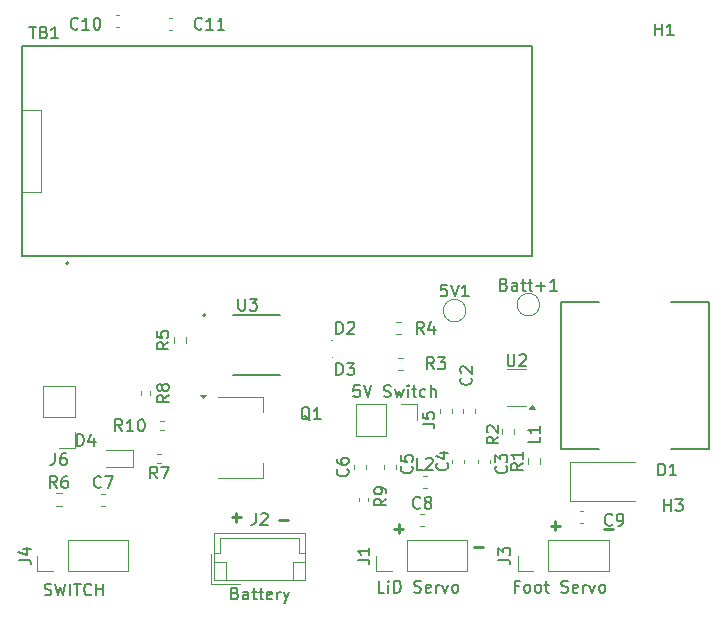
<source format=gbr>
%TF.GenerationSoftware,KiCad,Pcbnew,8.0.7*%
%TF.CreationDate,2024-12-28T13:43:39+03:00*%
%TF.ProjectId,SingleSwitch,53696e67-6c65-4537-9769-7463682e6b69,rev?*%
%TF.SameCoordinates,Original*%
%TF.FileFunction,Legend,Top*%
%TF.FilePolarity,Positive*%
%FSLAX46Y46*%
G04 Gerber Fmt 4.6, Leading zero omitted, Abs format (unit mm)*
G04 Created by KiCad (PCBNEW 8.0.7) date 2024-12-28 13:43:39*
%MOMM*%
%LPD*%
G01*
G04 APERTURE LIST*
%ADD10C,0.250000*%
%ADD11C,0.150000*%
%ADD12C,0.120000*%
%ADD13C,0.100000*%
%ADD14C,0.127000*%
%ADD15C,0.200000*%
G04 APERTURE END LIST*
D10*
X158652568Y-104983666D02*
X159414473Y-104983666D01*
X159033520Y-105364619D02*
X159033520Y-104602714D01*
D11*
X169170112Y-109846009D02*
X168836779Y-109846009D01*
X168836779Y-110369819D02*
X168836779Y-109369819D01*
X168836779Y-109369819D02*
X169312969Y-109369819D01*
X169836779Y-110369819D02*
X169741541Y-110322200D01*
X169741541Y-110322200D02*
X169693922Y-110274580D01*
X169693922Y-110274580D02*
X169646303Y-110179342D01*
X169646303Y-110179342D02*
X169646303Y-109893628D01*
X169646303Y-109893628D02*
X169693922Y-109798390D01*
X169693922Y-109798390D02*
X169741541Y-109750771D01*
X169741541Y-109750771D02*
X169836779Y-109703152D01*
X169836779Y-109703152D02*
X169979636Y-109703152D01*
X169979636Y-109703152D02*
X170074874Y-109750771D01*
X170074874Y-109750771D02*
X170122493Y-109798390D01*
X170122493Y-109798390D02*
X170170112Y-109893628D01*
X170170112Y-109893628D02*
X170170112Y-110179342D01*
X170170112Y-110179342D02*
X170122493Y-110274580D01*
X170122493Y-110274580D02*
X170074874Y-110322200D01*
X170074874Y-110322200D02*
X169979636Y-110369819D01*
X169979636Y-110369819D02*
X169836779Y-110369819D01*
X170741541Y-110369819D02*
X170646303Y-110322200D01*
X170646303Y-110322200D02*
X170598684Y-110274580D01*
X170598684Y-110274580D02*
X170551065Y-110179342D01*
X170551065Y-110179342D02*
X170551065Y-109893628D01*
X170551065Y-109893628D02*
X170598684Y-109798390D01*
X170598684Y-109798390D02*
X170646303Y-109750771D01*
X170646303Y-109750771D02*
X170741541Y-109703152D01*
X170741541Y-109703152D02*
X170884398Y-109703152D01*
X170884398Y-109703152D02*
X170979636Y-109750771D01*
X170979636Y-109750771D02*
X171027255Y-109798390D01*
X171027255Y-109798390D02*
X171074874Y-109893628D01*
X171074874Y-109893628D02*
X171074874Y-110179342D01*
X171074874Y-110179342D02*
X171027255Y-110274580D01*
X171027255Y-110274580D02*
X170979636Y-110322200D01*
X170979636Y-110322200D02*
X170884398Y-110369819D01*
X170884398Y-110369819D02*
X170741541Y-110369819D01*
X171360589Y-109703152D02*
X171741541Y-109703152D01*
X171503446Y-109369819D02*
X171503446Y-110226961D01*
X171503446Y-110226961D02*
X171551065Y-110322200D01*
X171551065Y-110322200D02*
X171646303Y-110369819D01*
X171646303Y-110369819D02*
X171741541Y-110369819D01*
X172789161Y-110322200D02*
X172932018Y-110369819D01*
X172932018Y-110369819D02*
X173170113Y-110369819D01*
X173170113Y-110369819D02*
X173265351Y-110322200D01*
X173265351Y-110322200D02*
X173312970Y-110274580D01*
X173312970Y-110274580D02*
X173360589Y-110179342D01*
X173360589Y-110179342D02*
X173360589Y-110084104D01*
X173360589Y-110084104D02*
X173312970Y-109988866D01*
X173312970Y-109988866D02*
X173265351Y-109941247D01*
X173265351Y-109941247D02*
X173170113Y-109893628D01*
X173170113Y-109893628D02*
X172979637Y-109846009D01*
X172979637Y-109846009D02*
X172884399Y-109798390D01*
X172884399Y-109798390D02*
X172836780Y-109750771D01*
X172836780Y-109750771D02*
X172789161Y-109655533D01*
X172789161Y-109655533D02*
X172789161Y-109560295D01*
X172789161Y-109560295D02*
X172836780Y-109465057D01*
X172836780Y-109465057D02*
X172884399Y-109417438D01*
X172884399Y-109417438D02*
X172979637Y-109369819D01*
X172979637Y-109369819D02*
X173217732Y-109369819D01*
X173217732Y-109369819D02*
X173360589Y-109417438D01*
X174170113Y-110322200D02*
X174074875Y-110369819D01*
X174074875Y-110369819D02*
X173884399Y-110369819D01*
X173884399Y-110369819D02*
X173789161Y-110322200D01*
X173789161Y-110322200D02*
X173741542Y-110226961D01*
X173741542Y-110226961D02*
X173741542Y-109846009D01*
X173741542Y-109846009D02*
X173789161Y-109750771D01*
X173789161Y-109750771D02*
X173884399Y-109703152D01*
X173884399Y-109703152D02*
X174074875Y-109703152D01*
X174074875Y-109703152D02*
X174170113Y-109750771D01*
X174170113Y-109750771D02*
X174217732Y-109846009D01*
X174217732Y-109846009D02*
X174217732Y-109941247D01*
X174217732Y-109941247D02*
X173741542Y-110036485D01*
X174646304Y-110369819D02*
X174646304Y-109703152D01*
X174646304Y-109893628D02*
X174693923Y-109798390D01*
X174693923Y-109798390D02*
X174741542Y-109750771D01*
X174741542Y-109750771D02*
X174836780Y-109703152D01*
X174836780Y-109703152D02*
X174932018Y-109703152D01*
X175170114Y-109703152D02*
X175408209Y-110369819D01*
X175408209Y-110369819D02*
X175646304Y-109703152D01*
X176170114Y-110369819D02*
X176074876Y-110322200D01*
X176074876Y-110322200D02*
X176027257Y-110274580D01*
X176027257Y-110274580D02*
X175979638Y-110179342D01*
X175979638Y-110179342D02*
X175979638Y-109893628D01*
X175979638Y-109893628D02*
X176027257Y-109798390D01*
X176027257Y-109798390D02*
X176074876Y-109750771D01*
X176074876Y-109750771D02*
X176170114Y-109703152D01*
X176170114Y-109703152D02*
X176312971Y-109703152D01*
X176312971Y-109703152D02*
X176408209Y-109750771D01*
X176408209Y-109750771D02*
X176455828Y-109798390D01*
X176455828Y-109798390D02*
X176503447Y-109893628D01*
X176503447Y-109893628D02*
X176503447Y-110179342D01*
X176503447Y-110179342D02*
X176455828Y-110274580D01*
X176455828Y-110274580D02*
X176408209Y-110322200D01*
X176408209Y-110322200D02*
X176312971Y-110369819D01*
X176312971Y-110369819D02*
X176170114Y-110369819D01*
D10*
X171902568Y-104733666D02*
X172664473Y-104733666D01*
X172283520Y-105114619D02*
X172283520Y-104352714D01*
X144902568Y-103983666D02*
X145664473Y-103983666D01*
X145283520Y-104364619D02*
X145283520Y-103602714D01*
X148902568Y-104233666D02*
X149664473Y-104233666D01*
D11*
X129039160Y-110572200D02*
X129182017Y-110619819D01*
X129182017Y-110619819D02*
X129420112Y-110619819D01*
X129420112Y-110619819D02*
X129515350Y-110572200D01*
X129515350Y-110572200D02*
X129562969Y-110524580D01*
X129562969Y-110524580D02*
X129610588Y-110429342D01*
X129610588Y-110429342D02*
X129610588Y-110334104D01*
X129610588Y-110334104D02*
X129562969Y-110238866D01*
X129562969Y-110238866D02*
X129515350Y-110191247D01*
X129515350Y-110191247D02*
X129420112Y-110143628D01*
X129420112Y-110143628D02*
X129229636Y-110096009D01*
X129229636Y-110096009D02*
X129134398Y-110048390D01*
X129134398Y-110048390D02*
X129086779Y-110000771D01*
X129086779Y-110000771D02*
X129039160Y-109905533D01*
X129039160Y-109905533D02*
X129039160Y-109810295D01*
X129039160Y-109810295D02*
X129086779Y-109715057D01*
X129086779Y-109715057D02*
X129134398Y-109667438D01*
X129134398Y-109667438D02*
X129229636Y-109619819D01*
X129229636Y-109619819D02*
X129467731Y-109619819D01*
X129467731Y-109619819D02*
X129610588Y-109667438D01*
X129943922Y-109619819D02*
X130182017Y-110619819D01*
X130182017Y-110619819D02*
X130372493Y-109905533D01*
X130372493Y-109905533D02*
X130562969Y-110619819D01*
X130562969Y-110619819D02*
X130801065Y-109619819D01*
X131182017Y-110619819D02*
X131182017Y-109619819D01*
X131515350Y-109619819D02*
X132086778Y-109619819D01*
X131801064Y-110619819D02*
X131801064Y-109619819D01*
X132991540Y-110524580D02*
X132943921Y-110572200D01*
X132943921Y-110572200D02*
X132801064Y-110619819D01*
X132801064Y-110619819D02*
X132705826Y-110619819D01*
X132705826Y-110619819D02*
X132562969Y-110572200D01*
X132562969Y-110572200D02*
X132467731Y-110476961D01*
X132467731Y-110476961D02*
X132420112Y-110381723D01*
X132420112Y-110381723D02*
X132372493Y-110191247D01*
X132372493Y-110191247D02*
X132372493Y-110048390D01*
X132372493Y-110048390D02*
X132420112Y-109857914D01*
X132420112Y-109857914D02*
X132467731Y-109762676D01*
X132467731Y-109762676D02*
X132562969Y-109667438D01*
X132562969Y-109667438D02*
X132705826Y-109619819D01*
X132705826Y-109619819D02*
X132801064Y-109619819D01*
X132801064Y-109619819D02*
X132943921Y-109667438D01*
X132943921Y-109667438D02*
X132991540Y-109715057D01*
X133420112Y-110619819D02*
X133420112Y-109619819D01*
X133420112Y-110096009D02*
X133991540Y-110096009D01*
X133991540Y-110619819D02*
X133991540Y-109619819D01*
X155712969Y-92819819D02*
X155236779Y-92819819D01*
X155236779Y-92819819D02*
X155189160Y-93296009D01*
X155189160Y-93296009D02*
X155236779Y-93248390D01*
X155236779Y-93248390D02*
X155332017Y-93200771D01*
X155332017Y-93200771D02*
X155570112Y-93200771D01*
X155570112Y-93200771D02*
X155665350Y-93248390D01*
X155665350Y-93248390D02*
X155712969Y-93296009D01*
X155712969Y-93296009D02*
X155760588Y-93391247D01*
X155760588Y-93391247D02*
X155760588Y-93629342D01*
X155760588Y-93629342D02*
X155712969Y-93724580D01*
X155712969Y-93724580D02*
X155665350Y-93772200D01*
X155665350Y-93772200D02*
X155570112Y-93819819D01*
X155570112Y-93819819D02*
X155332017Y-93819819D01*
X155332017Y-93819819D02*
X155236779Y-93772200D01*
X155236779Y-93772200D02*
X155189160Y-93724580D01*
X156046303Y-92819819D02*
X156379636Y-93819819D01*
X156379636Y-93819819D02*
X156712969Y-92819819D01*
X157760589Y-93772200D02*
X157903446Y-93819819D01*
X157903446Y-93819819D02*
X158141541Y-93819819D01*
X158141541Y-93819819D02*
X158236779Y-93772200D01*
X158236779Y-93772200D02*
X158284398Y-93724580D01*
X158284398Y-93724580D02*
X158332017Y-93629342D01*
X158332017Y-93629342D02*
X158332017Y-93534104D01*
X158332017Y-93534104D02*
X158284398Y-93438866D01*
X158284398Y-93438866D02*
X158236779Y-93391247D01*
X158236779Y-93391247D02*
X158141541Y-93343628D01*
X158141541Y-93343628D02*
X157951065Y-93296009D01*
X157951065Y-93296009D02*
X157855827Y-93248390D01*
X157855827Y-93248390D02*
X157808208Y-93200771D01*
X157808208Y-93200771D02*
X157760589Y-93105533D01*
X157760589Y-93105533D02*
X157760589Y-93010295D01*
X157760589Y-93010295D02*
X157808208Y-92915057D01*
X157808208Y-92915057D02*
X157855827Y-92867438D01*
X157855827Y-92867438D02*
X157951065Y-92819819D01*
X157951065Y-92819819D02*
X158189160Y-92819819D01*
X158189160Y-92819819D02*
X158332017Y-92867438D01*
X158665351Y-93153152D02*
X158855827Y-93819819D01*
X158855827Y-93819819D02*
X159046303Y-93343628D01*
X159046303Y-93343628D02*
X159236779Y-93819819D01*
X159236779Y-93819819D02*
X159427255Y-93153152D01*
X159808208Y-93819819D02*
X159808208Y-93153152D01*
X159808208Y-92819819D02*
X159760589Y-92867438D01*
X159760589Y-92867438D02*
X159808208Y-92915057D01*
X159808208Y-92915057D02*
X159855827Y-92867438D01*
X159855827Y-92867438D02*
X159808208Y-92819819D01*
X159808208Y-92819819D02*
X159808208Y-92915057D01*
X160141541Y-93153152D02*
X160522493Y-93153152D01*
X160284398Y-92819819D02*
X160284398Y-93676961D01*
X160284398Y-93676961D02*
X160332017Y-93772200D01*
X160332017Y-93772200D02*
X160427255Y-93819819D01*
X160427255Y-93819819D02*
X160522493Y-93819819D01*
X161284398Y-93772200D02*
X161189160Y-93819819D01*
X161189160Y-93819819D02*
X160998684Y-93819819D01*
X160998684Y-93819819D02*
X160903446Y-93772200D01*
X160903446Y-93772200D02*
X160855827Y-93724580D01*
X160855827Y-93724580D02*
X160808208Y-93629342D01*
X160808208Y-93629342D02*
X160808208Y-93343628D01*
X160808208Y-93343628D02*
X160855827Y-93248390D01*
X160855827Y-93248390D02*
X160903446Y-93200771D01*
X160903446Y-93200771D02*
X160998684Y-93153152D01*
X160998684Y-93153152D02*
X161189160Y-93153152D01*
X161189160Y-93153152D02*
X161284398Y-93200771D01*
X161712970Y-93819819D02*
X161712970Y-92819819D01*
X162141541Y-93819819D02*
X162141541Y-93296009D01*
X162141541Y-93296009D02*
X162093922Y-93200771D01*
X162093922Y-93200771D02*
X161998684Y-93153152D01*
X161998684Y-93153152D02*
X161855827Y-93153152D01*
X161855827Y-93153152D02*
X161760589Y-93200771D01*
X161760589Y-93200771D02*
X161712970Y-93248390D01*
D10*
X165402568Y-106483666D02*
X166164473Y-106483666D01*
D11*
X157812969Y-110369819D02*
X157336779Y-110369819D01*
X157336779Y-110369819D02*
X157336779Y-109369819D01*
X158146303Y-110369819D02*
X158146303Y-109703152D01*
X158146303Y-109369819D02*
X158098684Y-109417438D01*
X158098684Y-109417438D02*
X158146303Y-109465057D01*
X158146303Y-109465057D02*
X158193922Y-109417438D01*
X158193922Y-109417438D02*
X158146303Y-109369819D01*
X158146303Y-109369819D02*
X158146303Y-109465057D01*
X158622493Y-110369819D02*
X158622493Y-109369819D01*
X158622493Y-109369819D02*
X158860588Y-109369819D01*
X158860588Y-109369819D02*
X159003445Y-109417438D01*
X159003445Y-109417438D02*
X159098683Y-109512676D01*
X159098683Y-109512676D02*
X159146302Y-109607914D01*
X159146302Y-109607914D02*
X159193921Y-109798390D01*
X159193921Y-109798390D02*
X159193921Y-109941247D01*
X159193921Y-109941247D02*
X159146302Y-110131723D01*
X159146302Y-110131723D02*
X159098683Y-110226961D01*
X159098683Y-110226961D02*
X159003445Y-110322200D01*
X159003445Y-110322200D02*
X158860588Y-110369819D01*
X158860588Y-110369819D02*
X158622493Y-110369819D01*
X160336779Y-110322200D02*
X160479636Y-110369819D01*
X160479636Y-110369819D02*
X160717731Y-110369819D01*
X160717731Y-110369819D02*
X160812969Y-110322200D01*
X160812969Y-110322200D02*
X160860588Y-110274580D01*
X160860588Y-110274580D02*
X160908207Y-110179342D01*
X160908207Y-110179342D02*
X160908207Y-110084104D01*
X160908207Y-110084104D02*
X160860588Y-109988866D01*
X160860588Y-109988866D02*
X160812969Y-109941247D01*
X160812969Y-109941247D02*
X160717731Y-109893628D01*
X160717731Y-109893628D02*
X160527255Y-109846009D01*
X160527255Y-109846009D02*
X160432017Y-109798390D01*
X160432017Y-109798390D02*
X160384398Y-109750771D01*
X160384398Y-109750771D02*
X160336779Y-109655533D01*
X160336779Y-109655533D02*
X160336779Y-109560295D01*
X160336779Y-109560295D02*
X160384398Y-109465057D01*
X160384398Y-109465057D02*
X160432017Y-109417438D01*
X160432017Y-109417438D02*
X160527255Y-109369819D01*
X160527255Y-109369819D02*
X160765350Y-109369819D01*
X160765350Y-109369819D02*
X160908207Y-109417438D01*
X161717731Y-110322200D02*
X161622493Y-110369819D01*
X161622493Y-110369819D02*
X161432017Y-110369819D01*
X161432017Y-110369819D02*
X161336779Y-110322200D01*
X161336779Y-110322200D02*
X161289160Y-110226961D01*
X161289160Y-110226961D02*
X161289160Y-109846009D01*
X161289160Y-109846009D02*
X161336779Y-109750771D01*
X161336779Y-109750771D02*
X161432017Y-109703152D01*
X161432017Y-109703152D02*
X161622493Y-109703152D01*
X161622493Y-109703152D02*
X161717731Y-109750771D01*
X161717731Y-109750771D02*
X161765350Y-109846009D01*
X161765350Y-109846009D02*
X161765350Y-109941247D01*
X161765350Y-109941247D02*
X161289160Y-110036485D01*
X162193922Y-110369819D02*
X162193922Y-109703152D01*
X162193922Y-109893628D02*
X162241541Y-109798390D01*
X162241541Y-109798390D02*
X162289160Y-109750771D01*
X162289160Y-109750771D02*
X162384398Y-109703152D01*
X162384398Y-109703152D02*
X162479636Y-109703152D01*
X162717732Y-109703152D02*
X162955827Y-110369819D01*
X162955827Y-110369819D02*
X163193922Y-109703152D01*
X163717732Y-110369819D02*
X163622494Y-110322200D01*
X163622494Y-110322200D02*
X163574875Y-110274580D01*
X163574875Y-110274580D02*
X163527256Y-110179342D01*
X163527256Y-110179342D02*
X163527256Y-109893628D01*
X163527256Y-109893628D02*
X163574875Y-109798390D01*
X163574875Y-109798390D02*
X163622494Y-109750771D01*
X163622494Y-109750771D02*
X163717732Y-109703152D01*
X163717732Y-109703152D02*
X163860589Y-109703152D01*
X163860589Y-109703152D02*
X163955827Y-109750771D01*
X163955827Y-109750771D02*
X164003446Y-109798390D01*
X164003446Y-109798390D02*
X164051065Y-109893628D01*
X164051065Y-109893628D02*
X164051065Y-110179342D01*
X164051065Y-110179342D02*
X164003446Y-110274580D01*
X164003446Y-110274580D02*
X163955827Y-110322200D01*
X163955827Y-110322200D02*
X163860589Y-110369819D01*
X163860589Y-110369819D02*
X163717732Y-110369819D01*
D10*
X176402568Y-104983666D02*
X177164473Y-104983666D01*
D11*
X142357142Y-62609580D02*
X142309523Y-62657200D01*
X142309523Y-62657200D02*
X142166666Y-62704819D01*
X142166666Y-62704819D02*
X142071428Y-62704819D01*
X142071428Y-62704819D02*
X141928571Y-62657200D01*
X141928571Y-62657200D02*
X141833333Y-62561961D01*
X141833333Y-62561961D02*
X141785714Y-62466723D01*
X141785714Y-62466723D02*
X141738095Y-62276247D01*
X141738095Y-62276247D02*
X141738095Y-62133390D01*
X141738095Y-62133390D02*
X141785714Y-61942914D01*
X141785714Y-61942914D02*
X141833333Y-61847676D01*
X141833333Y-61847676D02*
X141928571Y-61752438D01*
X141928571Y-61752438D02*
X142071428Y-61704819D01*
X142071428Y-61704819D02*
X142166666Y-61704819D01*
X142166666Y-61704819D02*
X142309523Y-61752438D01*
X142309523Y-61752438D02*
X142357142Y-61800057D01*
X143309523Y-62704819D02*
X142738095Y-62704819D01*
X143023809Y-62704819D02*
X143023809Y-61704819D01*
X143023809Y-61704819D02*
X142928571Y-61847676D01*
X142928571Y-61847676D02*
X142833333Y-61942914D01*
X142833333Y-61942914D02*
X142738095Y-61990533D01*
X144261904Y-62704819D02*
X143690476Y-62704819D01*
X143976190Y-62704819D02*
X143976190Y-61704819D01*
X143976190Y-61704819D02*
X143880952Y-61847676D01*
X143880952Y-61847676D02*
X143785714Y-61942914D01*
X143785714Y-61942914D02*
X143690476Y-61990533D01*
X131857142Y-62609580D02*
X131809523Y-62657200D01*
X131809523Y-62657200D02*
X131666666Y-62704819D01*
X131666666Y-62704819D02*
X131571428Y-62704819D01*
X131571428Y-62704819D02*
X131428571Y-62657200D01*
X131428571Y-62657200D02*
X131333333Y-62561961D01*
X131333333Y-62561961D02*
X131285714Y-62466723D01*
X131285714Y-62466723D02*
X131238095Y-62276247D01*
X131238095Y-62276247D02*
X131238095Y-62133390D01*
X131238095Y-62133390D02*
X131285714Y-61942914D01*
X131285714Y-61942914D02*
X131333333Y-61847676D01*
X131333333Y-61847676D02*
X131428571Y-61752438D01*
X131428571Y-61752438D02*
X131571428Y-61704819D01*
X131571428Y-61704819D02*
X131666666Y-61704819D01*
X131666666Y-61704819D02*
X131809523Y-61752438D01*
X131809523Y-61752438D02*
X131857142Y-61800057D01*
X132809523Y-62704819D02*
X132238095Y-62704819D01*
X132523809Y-62704819D02*
X132523809Y-61704819D01*
X132523809Y-61704819D02*
X132428571Y-61847676D01*
X132428571Y-61847676D02*
X132333333Y-61942914D01*
X132333333Y-61942914D02*
X132238095Y-61990533D01*
X133428571Y-61704819D02*
X133523809Y-61704819D01*
X133523809Y-61704819D02*
X133619047Y-61752438D01*
X133619047Y-61752438D02*
X133666666Y-61800057D01*
X133666666Y-61800057D02*
X133714285Y-61895295D01*
X133714285Y-61895295D02*
X133761904Y-62085771D01*
X133761904Y-62085771D02*
X133761904Y-62323866D01*
X133761904Y-62323866D02*
X133714285Y-62514342D01*
X133714285Y-62514342D02*
X133666666Y-62609580D01*
X133666666Y-62609580D02*
X133619047Y-62657200D01*
X133619047Y-62657200D02*
X133523809Y-62704819D01*
X133523809Y-62704819D02*
X133428571Y-62704819D01*
X133428571Y-62704819D02*
X133333333Y-62657200D01*
X133333333Y-62657200D02*
X133285714Y-62609580D01*
X133285714Y-62609580D02*
X133238095Y-62514342D01*
X133238095Y-62514342D02*
X133190476Y-62323866D01*
X133190476Y-62323866D02*
X133190476Y-62085771D01*
X133190476Y-62085771D02*
X133238095Y-61895295D01*
X133238095Y-61895295D02*
X133285714Y-61800057D01*
X133285714Y-61800057D02*
X133333333Y-61752438D01*
X133333333Y-61752438D02*
X133428571Y-61704819D01*
X135597142Y-96704819D02*
X135263809Y-96228628D01*
X135025714Y-96704819D02*
X135025714Y-95704819D01*
X135025714Y-95704819D02*
X135406666Y-95704819D01*
X135406666Y-95704819D02*
X135501904Y-95752438D01*
X135501904Y-95752438D02*
X135549523Y-95800057D01*
X135549523Y-95800057D02*
X135597142Y-95895295D01*
X135597142Y-95895295D02*
X135597142Y-96038152D01*
X135597142Y-96038152D02*
X135549523Y-96133390D01*
X135549523Y-96133390D02*
X135501904Y-96181009D01*
X135501904Y-96181009D02*
X135406666Y-96228628D01*
X135406666Y-96228628D02*
X135025714Y-96228628D01*
X136549523Y-96704819D02*
X135978095Y-96704819D01*
X136263809Y-96704819D02*
X136263809Y-95704819D01*
X136263809Y-95704819D02*
X136168571Y-95847676D01*
X136168571Y-95847676D02*
X136073333Y-95942914D01*
X136073333Y-95942914D02*
X135978095Y-95990533D01*
X137168571Y-95704819D02*
X137263809Y-95704819D01*
X137263809Y-95704819D02*
X137359047Y-95752438D01*
X137359047Y-95752438D02*
X137406666Y-95800057D01*
X137406666Y-95800057D02*
X137454285Y-95895295D01*
X137454285Y-95895295D02*
X137501904Y-96085771D01*
X137501904Y-96085771D02*
X137501904Y-96323866D01*
X137501904Y-96323866D02*
X137454285Y-96514342D01*
X137454285Y-96514342D02*
X137406666Y-96609580D01*
X137406666Y-96609580D02*
X137359047Y-96657200D01*
X137359047Y-96657200D02*
X137263809Y-96704819D01*
X137263809Y-96704819D02*
X137168571Y-96704819D01*
X137168571Y-96704819D02*
X137073333Y-96657200D01*
X137073333Y-96657200D02*
X137025714Y-96609580D01*
X137025714Y-96609580D02*
X136978095Y-96514342D01*
X136978095Y-96514342D02*
X136930476Y-96323866D01*
X136930476Y-96323866D02*
X136930476Y-96085771D01*
X136930476Y-96085771D02*
X136978095Y-95895295D01*
X136978095Y-95895295D02*
X137025714Y-95800057D01*
X137025714Y-95800057D02*
X137073333Y-95752438D01*
X137073333Y-95752438D02*
X137168571Y-95704819D01*
X129916666Y-98559819D02*
X129916666Y-99274104D01*
X129916666Y-99274104D02*
X129869047Y-99416961D01*
X129869047Y-99416961D02*
X129773809Y-99512200D01*
X129773809Y-99512200D02*
X129630952Y-99559819D01*
X129630952Y-99559819D02*
X129535714Y-99559819D01*
X130821428Y-98559819D02*
X130630952Y-98559819D01*
X130630952Y-98559819D02*
X130535714Y-98607438D01*
X130535714Y-98607438D02*
X130488095Y-98655057D01*
X130488095Y-98655057D02*
X130392857Y-98797914D01*
X130392857Y-98797914D02*
X130345238Y-98988390D01*
X130345238Y-98988390D02*
X130345238Y-99369342D01*
X130345238Y-99369342D02*
X130392857Y-99464580D01*
X130392857Y-99464580D02*
X130440476Y-99512200D01*
X130440476Y-99512200D02*
X130535714Y-99559819D01*
X130535714Y-99559819D02*
X130726190Y-99559819D01*
X130726190Y-99559819D02*
X130821428Y-99512200D01*
X130821428Y-99512200D02*
X130869047Y-99464580D01*
X130869047Y-99464580D02*
X130916666Y-99369342D01*
X130916666Y-99369342D02*
X130916666Y-99131247D01*
X130916666Y-99131247D02*
X130869047Y-99036009D01*
X130869047Y-99036009D02*
X130821428Y-98988390D01*
X130821428Y-98988390D02*
X130726190Y-98940771D01*
X130726190Y-98940771D02*
X130535714Y-98940771D01*
X130535714Y-98940771D02*
X130440476Y-98988390D01*
X130440476Y-98988390D02*
X130392857Y-99036009D01*
X130392857Y-99036009D02*
X130345238Y-99131247D01*
X177083333Y-104609580D02*
X177035714Y-104657200D01*
X177035714Y-104657200D02*
X176892857Y-104704819D01*
X176892857Y-104704819D02*
X176797619Y-104704819D01*
X176797619Y-104704819D02*
X176654762Y-104657200D01*
X176654762Y-104657200D02*
X176559524Y-104561961D01*
X176559524Y-104561961D02*
X176511905Y-104466723D01*
X176511905Y-104466723D02*
X176464286Y-104276247D01*
X176464286Y-104276247D02*
X176464286Y-104133390D01*
X176464286Y-104133390D02*
X176511905Y-103942914D01*
X176511905Y-103942914D02*
X176559524Y-103847676D01*
X176559524Y-103847676D02*
X176654762Y-103752438D01*
X176654762Y-103752438D02*
X176797619Y-103704819D01*
X176797619Y-103704819D02*
X176892857Y-103704819D01*
X176892857Y-103704819D02*
X177035714Y-103752438D01*
X177035714Y-103752438D02*
X177083333Y-103800057D01*
X177559524Y-104704819D02*
X177750000Y-104704819D01*
X177750000Y-104704819D02*
X177845238Y-104657200D01*
X177845238Y-104657200D02*
X177892857Y-104609580D01*
X177892857Y-104609580D02*
X177988095Y-104466723D01*
X177988095Y-104466723D02*
X178035714Y-104276247D01*
X178035714Y-104276247D02*
X178035714Y-103895295D01*
X178035714Y-103895295D02*
X177988095Y-103800057D01*
X177988095Y-103800057D02*
X177940476Y-103752438D01*
X177940476Y-103752438D02*
X177845238Y-103704819D01*
X177845238Y-103704819D02*
X177654762Y-103704819D01*
X177654762Y-103704819D02*
X177559524Y-103752438D01*
X177559524Y-103752438D02*
X177511905Y-103800057D01*
X177511905Y-103800057D02*
X177464286Y-103895295D01*
X177464286Y-103895295D02*
X177464286Y-104133390D01*
X177464286Y-104133390D02*
X177511905Y-104228628D01*
X177511905Y-104228628D02*
X177559524Y-104276247D01*
X177559524Y-104276247D02*
X177654762Y-104323866D01*
X177654762Y-104323866D02*
X177845238Y-104323866D01*
X177845238Y-104323866D02*
X177940476Y-104276247D01*
X177940476Y-104276247D02*
X177988095Y-104228628D01*
X177988095Y-104228628D02*
X178035714Y-104133390D01*
X160833333Y-103179580D02*
X160785714Y-103227200D01*
X160785714Y-103227200D02*
X160642857Y-103274819D01*
X160642857Y-103274819D02*
X160547619Y-103274819D01*
X160547619Y-103274819D02*
X160404762Y-103227200D01*
X160404762Y-103227200D02*
X160309524Y-103131961D01*
X160309524Y-103131961D02*
X160261905Y-103036723D01*
X160261905Y-103036723D02*
X160214286Y-102846247D01*
X160214286Y-102846247D02*
X160214286Y-102703390D01*
X160214286Y-102703390D02*
X160261905Y-102512914D01*
X160261905Y-102512914D02*
X160309524Y-102417676D01*
X160309524Y-102417676D02*
X160404762Y-102322438D01*
X160404762Y-102322438D02*
X160547619Y-102274819D01*
X160547619Y-102274819D02*
X160642857Y-102274819D01*
X160642857Y-102274819D02*
X160785714Y-102322438D01*
X160785714Y-102322438D02*
X160833333Y-102370057D01*
X161404762Y-102703390D02*
X161309524Y-102655771D01*
X161309524Y-102655771D02*
X161261905Y-102608152D01*
X161261905Y-102608152D02*
X161214286Y-102512914D01*
X161214286Y-102512914D02*
X161214286Y-102465295D01*
X161214286Y-102465295D02*
X161261905Y-102370057D01*
X161261905Y-102370057D02*
X161309524Y-102322438D01*
X161309524Y-102322438D02*
X161404762Y-102274819D01*
X161404762Y-102274819D02*
X161595238Y-102274819D01*
X161595238Y-102274819D02*
X161690476Y-102322438D01*
X161690476Y-102322438D02*
X161738095Y-102370057D01*
X161738095Y-102370057D02*
X161785714Y-102465295D01*
X161785714Y-102465295D02*
X161785714Y-102512914D01*
X161785714Y-102512914D02*
X161738095Y-102608152D01*
X161738095Y-102608152D02*
X161690476Y-102655771D01*
X161690476Y-102655771D02*
X161595238Y-102703390D01*
X161595238Y-102703390D02*
X161404762Y-102703390D01*
X161404762Y-102703390D02*
X161309524Y-102751009D01*
X161309524Y-102751009D02*
X161261905Y-102798628D01*
X161261905Y-102798628D02*
X161214286Y-102893866D01*
X161214286Y-102893866D02*
X161214286Y-103084342D01*
X161214286Y-103084342D02*
X161261905Y-103179580D01*
X161261905Y-103179580D02*
X161309524Y-103227200D01*
X161309524Y-103227200D02*
X161404762Y-103274819D01*
X161404762Y-103274819D02*
X161595238Y-103274819D01*
X161595238Y-103274819D02*
X161690476Y-103227200D01*
X161690476Y-103227200D02*
X161738095Y-103179580D01*
X161738095Y-103179580D02*
X161785714Y-103084342D01*
X161785714Y-103084342D02*
X161785714Y-102893866D01*
X161785714Y-102893866D02*
X161738095Y-102798628D01*
X161738095Y-102798628D02*
X161690476Y-102751009D01*
X161690476Y-102751009D02*
X161595238Y-102703390D01*
X154679580Y-99916666D02*
X154727200Y-99964285D01*
X154727200Y-99964285D02*
X154774819Y-100107142D01*
X154774819Y-100107142D02*
X154774819Y-100202380D01*
X154774819Y-100202380D02*
X154727200Y-100345237D01*
X154727200Y-100345237D02*
X154631961Y-100440475D01*
X154631961Y-100440475D02*
X154536723Y-100488094D01*
X154536723Y-100488094D02*
X154346247Y-100535713D01*
X154346247Y-100535713D02*
X154203390Y-100535713D01*
X154203390Y-100535713D02*
X154012914Y-100488094D01*
X154012914Y-100488094D02*
X153917676Y-100440475D01*
X153917676Y-100440475D02*
X153822438Y-100345237D01*
X153822438Y-100345237D02*
X153774819Y-100202380D01*
X153774819Y-100202380D02*
X153774819Y-100107142D01*
X153774819Y-100107142D02*
X153822438Y-99964285D01*
X153822438Y-99964285D02*
X153870057Y-99916666D01*
X153774819Y-99059523D02*
X153774819Y-99249999D01*
X153774819Y-99249999D02*
X153822438Y-99345237D01*
X153822438Y-99345237D02*
X153870057Y-99392856D01*
X153870057Y-99392856D02*
X154012914Y-99488094D01*
X154012914Y-99488094D02*
X154203390Y-99535713D01*
X154203390Y-99535713D02*
X154584342Y-99535713D01*
X154584342Y-99535713D02*
X154679580Y-99488094D01*
X154679580Y-99488094D02*
X154727200Y-99440475D01*
X154727200Y-99440475D02*
X154774819Y-99345237D01*
X154774819Y-99345237D02*
X154774819Y-99154761D01*
X154774819Y-99154761D02*
X154727200Y-99059523D01*
X154727200Y-99059523D02*
X154679580Y-99011904D01*
X154679580Y-99011904D02*
X154584342Y-98964285D01*
X154584342Y-98964285D02*
X154346247Y-98964285D01*
X154346247Y-98964285D02*
X154251009Y-99011904D01*
X154251009Y-99011904D02*
X154203390Y-99059523D01*
X154203390Y-99059523D02*
X154155771Y-99154761D01*
X154155771Y-99154761D02*
X154155771Y-99345237D01*
X154155771Y-99345237D02*
X154203390Y-99440475D01*
X154203390Y-99440475D02*
X154251009Y-99488094D01*
X154251009Y-99488094D02*
X154346247Y-99535713D01*
X160109580Y-99666666D02*
X160157200Y-99714285D01*
X160157200Y-99714285D02*
X160204819Y-99857142D01*
X160204819Y-99857142D02*
X160204819Y-99952380D01*
X160204819Y-99952380D02*
X160157200Y-100095237D01*
X160157200Y-100095237D02*
X160061961Y-100190475D01*
X160061961Y-100190475D02*
X159966723Y-100238094D01*
X159966723Y-100238094D02*
X159776247Y-100285713D01*
X159776247Y-100285713D02*
X159633390Y-100285713D01*
X159633390Y-100285713D02*
X159442914Y-100238094D01*
X159442914Y-100238094D02*
X159347676Y-100190475D01*
X159347676Y-100190475D02*
X159252438Y-100095237D01*
X159252438Y-100095237D02*
X159204819Y-99952380D01*
X159204819Y-99952380D02*
X159204819Y-99857142D01*
X159204819Y-99857142D02*
X159252438Y-99714285D01*
X159252438Y-99714285D02*
X159300057Y-99666666D01*
X159204819Y-98761904D02*
X159204819Y-99238094D01*
X159204819Y-99238094D02*
X159681009Y-99285713D01*
X159681009Y-99285713D02*
X159633390Y-99238094D01*
X159633390Y-99238094D02*
X159585771Y-99142856D01*
X159585771Y-99142856D02*
X159585771Y-98904761D01*
X159585771Y-98904761D02*
X159633390Y-98809523D01*
X159633390Y-98809523D02*
X159681009Y-98761904D01*
X159681009Y-98761904D02*
X159776247Y-98714285D01*
X159776247Y-98714285D02*
X160014342Y-98714285D01*
X160014342Y-98714285D02*
X160109580Y-98761904D01*
X160109580Y-98761904D02*
X160157200Y-98809523D01*
X160157200Y-98809523D02*
X160204819Y-98904761D01*
X160204819Y-98904761D02*
X160204819Y-99142856D01*
X160204819Y-99142856D02*
X160157200Y-99238094D01*
X160157200Y-99238094D02*
X160109580Y-99285713D01*
X163109580Y-99416666D02*
X163157200Y-99464285D01*
X163157200Y-99464285D02*
X163204819Y-99607142D01*
X163204819Y-99607142D02*
X163204819Y-99702380D01*
X163204819Y-99702380D02*
X163157200Y-99845237D01*
X163157200Y-99845237D02*
X163061961Y-99940475D01*
X163061961Y-99940475D02*
X162966723Y-99988094D01*
X162966723Y-99988094D02*
X162776247Y-100035713D01*
X162776247Y-100035713D02*
X162633390Y-100035713D01*
X162633390Y-100035713D02*
X162442914Y-99988094D01*
X162442914Y-99988094D02*
X162347676Y-99940475D01*
X162347676Y-99940475D02*
X162252438Y-99845237D01*
X162252438Y-99845237D02*
X162204819Y-99702380D01*
X162204819Y-99702380D02*
X162204819Y-99607142D01*
X162204819Y-99607142D02*
X162252438Y-99464285D01*
X162252438Y-99464285D02*
X162300057Y-99416666D01*
X162538152Y-98559523D02*
X163204819Y-98559523D01*
X162157200Y-98797618D02*
X162871485Y-99035713D01*
X162871485Y-99035713D02*
X162871485Y-98416666D01*
X168109580Y-99666666D02*
X168157200Y-99714285D01*
X168157200Y-99714285D02*
X168204819Y-99857142D01*
X168204819Y-99857142D02*
X168204819Y-99952380D01*
X168204819Y-99952380D02*
X168157200Y-100095237D01*
X168157200Y-100095237D02*
X168061961Y-100190475D01*
X168061961Y-100190475D02*
X167966723Y-100238094D01*
X167966723Y-100238094D02*
X167776247Y-100285713D01*
X167776247Y-100285713D02*
X167633390Y-100285713D01*
X167633390Y-100285713D02*
X167442914Y-100238094D01*
X167442914Y-100238094D02*
X167347676Y-100190475D01*
X167347676Y-100190475D02*
X167252438Y-100095237D01*
X167252438Y-100095237D02*
X167204819Y-99952380D01*
X167204819Y-99952380D02*
X167204819Y-99857142D01*
X167204819Y-99857142D02*
X167252438Y-99714285D01*
X167252438Y-99714285D02*
X167300057Y-99666666D01*
X167204819Y-99333332D02*
X167204819Y-98714285D01*
X167204819Y-98714285D02*
X167585771Y-99047618D01*
X167585771Y-99047618D02*
X167585771Y-98904761D01*
X167585771Y-98904761D02*
X167633390Y-98809523D01*
X167633390Y-98809523D02*
X167681009Y-98761904D01*
X167681009Y-98761904D02*
X167776247Y-98714285D01*
X167776247Y-98714285D02*
X168014342Y-98714285D01*
X168014342Y-98714285D02*
X168109580Y-98761904D01*
X168109580Y-98761904D02*
X168157200Y-98809523D01*
X168157200Y-98809523D02*
X168204819Y-98904761D01*
X168204819Y-98904761D02*
X168204819Y-99190475D01*
X168204819Y-99190475D02*
X168157200Y-99285713D01*
X168157200Y-99285713D02*
X168109580Y-99333332D01*
X165109580Y-92166666D02*
X165157200Y-92214285D01*
X165157200Y-92214285D02*
X165204819Y-92357142D01*
X165204819Y-92357142D02*
X165204819Y-92452380D01*
X165204819Y-92452380D02*
X165157200Y-92595237D01*
X165157200Y-92595237D02*
X165061961Y-92690475D01*
X165061961Y-92690475D02*
X164966723Y-92738094D01*
X164966723Y-92738094D02*
X164776247Y-92785713D01*
X164776247Y-92785713D02*
X164633390Y-92785713D01*
X164633390Y-92785713D02*
X164442914Y-92738094D01*
X164442914Y-92738094D02*
X164347676Y-92690475D01*
X164347676Y-92690475D02*
X164252438Y-92595237D01*
X164252438Y-92595237D02*
X164204819Y-92452380D01*
X164204819Y-92452380D02*
X164204819Y-92357142D01*
X164204819Y-92357142D02*
X164252438Y-92214285D01*
X164252438Y-92214285D02*
X164300057Y-92166666D01*
X164300057Y-91785713D02*
X164252438Y-91738094D01*
X164252438Y-91738094D02*
X164204819Y-91642856D01*
X164204819Y-91642856D02*
X164204819Y-91404761D01*
X164204819Y-91404761D02*
X164252438Y-91309523D01*
X164252438Y-91309523D02*
X164300057Y-91261904D01*
X164300057Y-91261904D02*
X164395295Y-91214285D01*
X164395295Y-91214285D02*
X164490533Y-91214285D01*
X164490533Y-91214285D02*
X164633390Y-91261904D01*
X164633390Y-91261904D02*
X165204819Y-91833332D01*
X165204819Y-91833332D02*
X165204819Y-91214285D01*
X130083333Y-101524819D02*
X129750000Y-101048628D01*
X129511905Y-101524819D02*
X129511905Y-100524819D01*
X129511905Y-100524819D02*
X129892857Y-100524819D01*
X129892857Y-100524819D02*
X129988095Y-100572438D01*
X129988095Y-100572438D02*
X130035714Y-100620057D01*
X130035714Y-100620057D02*
X130083333Y-100715295D01*
X130083333Y-100715295D02*
X130083333Y-100858152D01*
X130083333Y-100858152D02*
X130035714Y-100953390D01*
X130035714Y-100953390D02*
X129988095Y-101001009D01*
X129988095Y-101001009D02*
X129892857Y-101048628D01*
X129892857Y-101048628D02*
X129511905Y-101048628D01*
X130940476Y-100524819D02*
X130750000Y-100524819D01*
X130750000Y-100524819D02*
X130654762Y-100572438D01*
X130654762Y-100572438D02*
X130607143Y-100620057D01*
X130607143Y-100620057D02*
X130511905Y-100762914D01*
X130511905Y-100762914D02*
X130464286Y-100953390D01*
X130464286Y-100953390D02*
X130464286Y-101334342D01*
X130464286Y-101334342D02*
X130511905Y-101429580D01*
X130511905Y-101429580D02*
X130559524Y-101477200D01*
X130559524Y-101477200D02*
X130654762Y-101524819D01*
X130654762Y-101524819D02*
X130845238Y-101524819D01*
X130845238Y-101524819D02*
X130940476Y-101477200D01*
X130940476Y-101477200D02*
X130988095Y-101429580D01*
X130988095Y-101429580D02*
X131035714Y-101334342D01*
X131035714Y-101334342D02*
X131035714Y-101096247D01*
X131035714Y-101096247D02*
X130988095Y-101001009D01*
X130988095Y-101001009D02*
X130940476Y-100953390D01*
X130940476Y-100953390D02*
X130845238Y-100905771D01*
X130845238Y-100905771D02*
X130654762Y-100905771D01*
X130654762Y-100905771D02*
X130559524Y-100953390D01*
X130559524Y-100953390D02*
X130511905Y-101001009D01*
X130511905Y-101001009D02*
X130464286Y-101096247D01*
X139524819Y-89166666D02*
X139048628Y-89499999D01*
X139524819Y-89738094D02*
X138524819Y-89738094D01*
X138524819Y-89738094D02*
X138524819Y-89357142D01*
X138524819Y-89357142D02*
X138572438Y-89261904D01*
X138572438Y-89261904D02*
X138620057Y-89214285D01*
X138620057Y-89214285D02*
X138715295Y-89166666D01*
X138715295Y-89166666D02*
X138858152Y-89166666D01*
X138858152Y-89166666D02*
X138953390Y-89214285D01*
X138953390Y-89214285D02*
X139001009Y-89261904D01*
X139001009Y-89261904D02*
X139048628Y-89357142D01*
X139048628Y-89357142D02*
X139048628Y-89738094D01*
X138524819Y-88261904D02*
X138524819Y-88738094D01*
X138524819Y-88738094D02*
X139001009Y-88785713D01*
X139001009Y-88785713D02*
X138953390Y-88738094D01*
X138953390Y-88738094D02*
X138905771Y-88642856D01*
X138905771Y-88642856D02*
X138905771Y-88404761D01*
X138905771Y-88404761D02*
X138953390Y-88309523D01*
X138953390Y-88309523D02*
X139001009Y-88261904D01*
X139001009Y-88261904D02*
X139096247Y-88214285D01*
X139096247Y-88214285D02*
X139334342Y-88214285D01*
X139334342Y-88214285D02*
X139429580Y-88261904D01*
X139429580Y-88261904D02*
X139477200Y-88309523D01*
X139477200Y-88309523D02*
X139524819Y-88404761D01*
X139524819Y-88404761D02*
X139524819Y-88642856D01*
X139524819Y-88642856D02*
X139477200Y-88738094D01*
X139477200Y-88738094D02*
X139429580Y-88785713D01*
X161034819Y-96083333D02*
X161749104Y-96083333D01*
X161749104Y-96083333D02*
X161891961Y-96130952D01*
X161891961Y-96130952D02*
X161987200Y-96226190D01*
X161987200Y-96226190D02*
X162034819Y-96369047D01*
X162034819Y-96369047D02*
X162034819Y-96464285D01*
X161034819Y-95130952D02*
X161034819Y-95607142D01*
X161034819Y-95607142D02*
X161511009Y-95654761D01*
X161511009Y-95654761D02*
X161463390Y-95607142D01*
X161463390Y-95607142D02*
X161415771Y-95511904D01*
X161415771Y-95511904D02*
X161415771Y-95273809D01*
X161415771Y-95273809D02*
X161463390Y-95178571D01*
X161463390Y-95178571D02*
X161511009Y-95130952D01*
X161511009Y-95130952D02*
X161606247Y-95083333D01*
X161606247Y-95083333D02*
X161844342Y-95083333D01*
X161844342Y-95083333D02*
X161939580Y-95130952D01*
X161939580Y-95130952D02*
X161987200Y-95178571D01*
X161987200Y-95178571D02*
X162034819Y-95273809D01*
X162034819Y-95273809D02*
X162034819Y-95511904D01*
X162034819Y-95511904D02*
X161987200Y-95607142D01*
X161987200Y-95607142D02*
X161939580Y-95654761D01*
X153746905Y-88454819D02*
X153746905Y-87454819D01*
X153746905Y-87454819D02*
X153985000Y-87454819D01*
X153985000Y-87454819D02*
X154127857Y-87502438D01*
X154127857Y-87502438D02*
X154223095Y-87597676D01*
X154223095Y-87597676D02*
X154270714Y-87692914D01*
X154270714Y-87692914D02*
X154318333Y-87883390D01*
X154318333Y-87883390D02*
X154318333Y-88026247D01*
X154318333Y-88026247D02*
X154270714Y-88216723D01*
X154270714Y-88216723D02*
X154223095Y-88311961D01*
X154223095Y-88311961D02*
X154127857Y-88407200D01*
X154127857Y-88407200D02*
X153985000Y-88454819D01*
X153985000Y-88454819D02*
X153746905Y-88454819D01*
X154699286Y-87550057D02*
X154746905Y-87502438D01*
X154746905Y-87502438D02*
X154842143Y-87454819D01*
X154842143Y-87454819D02*
X155080238Y-87454819D01*
X155080238Y-87454819D02*
X155175476Y-87502438D01*
X155175476Y-87502438D02*
X155223095Y-87550057D01*
X155223095Y-87550057D02*
X155270714Y-87645295D01*
X155270714Y-87645295D02*
X155270714Y-87740533D01*
X155270714Y-87740533D02*
X155223095Y-87883390D01*
X155223095Y-87883390D02*
X154651667Y-88454819D01*
X154651667Y-88454819D02*
X155270714Y-88454819D01*
X180738095Y-63204819D02*
X180738095Y-62204819D01*
X180738095Y-62681009D02*
X181309523Y-62681009D01*
X181309523Y-63204819D02*
X181309523Y-62204819D01*
X182309523Y-63204819D02*
X181738095Y-63204819D01*
X182023809Y-63204819D02*
X182023809Y-62204819D01*
X182023809Y-62204819D02*
X181928571Y-62347676D01*
X181928571Y-62347676D02*
X181833333Y-62442914D01*
X181833333Y-62442914D02*
X181738095Y-62490533D01*
X155544819Y-107583333D02*
X156259104Y-107583333D01*
X156259104Y-107583333D02*
X156401961Y-107630952D01*
X156401961Y-107630952D02*
X156497200Y-107726190D01*
X156497200Y-107726190D02*
X156544819Y-107869047D01*
X156544819Y-107869047D02*
X156544819Y-107964285D01*
X156544819Y-106583333D02*
X156544819Y-107154761D01*
X156544819Y-106869047D02*
X155544819Y-106869047D01*
X155544819Y-106869047D02*
X155687676Y-106964285D01*
X155687676Y-106964285D02*
X155782914Y-107059523D01*
X155782914Y-107059523D02*
X155830533Y-107154761D01*
X167454819Y-97166666D02*
X166978628Y-97499999D01*
X167454819Y-97738094D02*
X166454819Y-97738094D01*
X166454819Y-97738094D02*
X166454819Y-97357142D01*
X166454819Y-97357142D02*
X166502438Y-97261904D01*
X166502438Y-97261904D02*
X166550057Y-97214285D01*
X166550057Y-97214285D02*
X166645295Y-97166666D01*
X166645295Y-97166666D02*
X166788152Y-97166666D01*
X166788152Y-97166666D02*
X166883390Y-97214285D01*
X166883390Y-97214285D02*
X166931009Y-97261904D01*
X166931009Y-97261904D02*
X166978628Y-97357142D01*
X166978628Y-97357142D02*
X166978628Y-97738094D01*
X166550057Y-96785713D02*
X166502438Y-96738094D01*
X166502438Y-96738094D02*
X166454819Y-96642856D01*
X166454819Y-96642856D02*
X166454819Y-96404761D01*
X166454819Y-96404761D02*
X166502438Y-96309523D01*
X166502438Y-96309523D02*
X166550057Y-96261904D01*
X166550057Y-96261904D02*
X166645295Y-96214285D01*
X166645295Y-96214285D02*
X166740533Y-96214285D01*
X166740533Y-96214285D02*
X166883390Y-96261904D01*
X166883390Y-96261904D02*
X167454819Y-96833332D01*
X167454819Y-96833332D02*
X167454819Y-96214285D01*
X168238095Y-90204819D02*
X168238095Y-91014342D01*
X168238095Y-91014342D02*
X168285714Y-91109580D01*
X168285714Y-91109580D02*
X168333333Y-91157200D01*
X168333333Y-91157200D02*
X168428571Y-91204819D01*
X168428571Y-91204819D02*
X168619047Y-91204819D01*
X168619047Y-91204819D02*
X168714285Y-91157200D01*
X168714285Y-91157200D02*
X168761904Y-91109580D01*
X168761904Y-91109580D02*
X168809523Y-91014342D01*
X168809523Y-91014342D02*
X168809523Y-90204819D01*
X169238095Y-90300057D02*
X169285714Y-90252438D01*
X169285714Y-90252438D02*
X169380952Y-90204819D01*
X169380952Y-90204819D02*
X169619047Y-90204819D01*
X169619047Y-90204819D02*
X169714285Y-90252438D01*
X169714285Y-90252438D02*
X169761904Y-90300057D01*
X169761904Y-90300057D02*
X169809523Y-90395295D01*
X169809523Y-90395295D02*
X169809523Y-90490533D01*
X169809523Y-90490533D02*
X169761904Y-90633390D01*
X169761904Y-90633390D02*
X169190476Y-91204819D01*
X169190476Y-91204819D02*
X169809523Y-91204819D01*
X167952380Y-84283009D02*
X168095237Y-84330628D01*
X168095237Y-84330628D02*
X168142856Y-84378247D01*
X168142856Y-84378247D02*
X168190475Y-84473485D01*
X168190475Y-84473485D02*
X168190475Y-84616342D01*
X168190475Y-84616342D02*
X168142856Y-84711580D01*
X168142856Y-84711580D02*
X168095237Y-84759200D01*
X168095237Y-84759200D02*
X167999999Y-84806819D01*
X167999999Y-84806819D02*
X167619047Y-84806819D01*
X167619047Y-84806819D02*
X167619047Y-83806819D01*
X167619047Y-83806819D02*
X167952380Y-83806819D01*
X167952380Y-83806819D02*
X168047618Y-83854438D01*
X168047618Y-83854438D02*
X168095237Y-83902057D01*
X168095237Y-83902057D02*
X168142856Y-83997295D01*
X168142856Y-83997295D02*
X168142856Y-84092533D01*
X168142856Y-84092533D02*
X168095237Y-84187771D01*
X168095237Y-84187771D02*
X168047618Y-84235390D01*
X168047618Y-84235390D02*
X167952380Y-84283009D01*
X167952380Y-84283009D02*
X167619047Y-84283009D01*
X169047618Y-84806819D02*
X169047618Y-84283009D01*
X169047618Y-84283009D02*
X168999999Y-84187771D01*
X168999999Y-84187771D02*
X168904761Y-84140152D01*
X168904761Y-84140152D02*
X168714285Y-84140152D01*
X168714285Y-84140152D02*
X168619047Y-84187771D01*
X169047618Y-84759200D02*
X168952380Y-84806819D01*
X168952380Y-84806819D02*
X168714285Y-84806819D01*
X168714285Y-84806819D02*
X168619047Y-84759200D01*
X168619047Y-84759200D02*
X168571428Y-84663961D01*
X168571428Y-84663961D02*
X168571428Y-84568723D01*
X168571428Y-84568723D02*
X168619047Y-84473485D01*
X168619047Y-84473485D02*
X168714285Y-84425866D01*
X168714285Y-84425866D02*
X168952380Y-84425866D01*
X168952380Y-84425866D02*
X169047618Y-84378247D01*
X169380952Y-84140152D02*
X169761904Y-84140152D01*
X169523809Y-83806819D02*
X169523809Y-84663961D01*
X169523809Y-84663961D02*
X169571428Y-84759200D01*
X169571428Y-84759200D02*
X169666666Y-84806819D01*
X169666666Y-84806819D02*
X169761904Y-84806819D01*
X169952381Y-84140152D02*
X170333333Y-84140152D01*
X170095238Y-83806819D02*
X170095238Y-84663961D01*
X170095238Y-84663961D02*
X170142857Y-84759200D01*
X170142857Y-84759200D02*
X170238095Y-84806819D01*
X170238095Y-84806819D02*
X170333333Y-84806819D01*
X170666667Y-84425866D02*
X171428572Y-84425866D01*
X171047619Y-84806819D02*
X171047619Y-84044914D01*
X172428571Y-84806819D02*
X171857143Y-84806819D01*
X172142857Y-84806819D02*
X172142857Y-83806819D01*
X172142857Y-83806819D02*
X172047619Y-83949676D01*
X172047619Y-83949676D02*
X171952381Y-84044914D01*
X171952381Y-84044914D02*
X171857143Y-84092533D01*
X161143333Y-88454819D02*
X160810000Y-87978628D01*
X160571905Y-88454819D02*
X160571905Y-87454819D01*
X160571905Y-87454819D02*
X160952857Y-87454819D01*
X160952857Y-87454819D02*
X161048095Y-87502438D01*
X161048095Y-87502438D02*
X161095714Y-87550057D01*
X161095714Y-87550057D02*
X161143333Y-87645295D01*
X161143333Y-87645295D02*
X161143333Y-87788152D01*
X161143333Y-87788152D02*
X161095714Y-87883390D01*
X161095714Y-87883390D02*
X161048095Y-87931009D01*
X161048095Y-87931009D02*
X160952857Y-87978628D01*
X160952857Y-87978628D02*
X160571905Y-87978628D01*
X162000476Y-87788152D02*
X162000476Y-88454819D01*
X161762381Y-87407200D02*
X161524286Y-88121485D01*
X161524286Y-88121485D02*
X162143333Y-88121485D01*
X163083333Y-84306819D02*
X162607143Y-84306819D01*
X162607143Y-84306819D02*
X162559524Y-84783009D01*
X162559524Y-84783009D02*
X162607143Y-84735390D01*
X162607143Y-84735390D02*
X162702381Y-84687771D01*
X162702381Y-84687771D02*
X162940476Y-84687771D01*
X162940476Y-84687771D02*
X163035714Y-84735390D01*
X163035714Y-84735390D02*
X163083333Y-84783009D01*
X163083333Y-84783009D02*
X163130952Y-84878247D01*
X163130952Y-84878247D02*
X163130952Y-85116342D01*
X163130952Y-85116342D02*
X163083333Y-85211580D01*
X163083333Y-85211580D02*
X163035714Y-85259200D01*
X163035714Y-85259200D02*
X162940476Y-85306819D01*
X162940476Y-85306819D02*
X162702381Y-85306819D01*
X162702381Y-85306819D02*
X162607143Y-85259200D01*
X162607143Y-85259200D02*
X162559524Y-85211580D01*
X163416667Y-84306819D02*
X163750000Y-85306819D01*
X163750000Y-85306819D02*
X164083333Y-84306819D01*
X164940476Y-85306819D02*
X164369048Y-85306819D01*
X164654762Y-85306819D02*
X164654762Y-84306819D01*
X164654762Y-84306819D02*
X164559524Y-84449676D01*
X164559524Y-84449676D02*
X164464286Y-84544914D01*
X164464286Y-84544914D02*
X164369048Y-84592533D01*
X170954830Y-97166670D02*
X170954830Y-97642872D01*
X170954830Y-97642872D02*
X169954806Y-97642872D01*
X170954830Y-96309506D02*
X170954830Y-96880949D01*
X170954830Y-96595228D02*
X169954806Y-96595228D01*
X169954806Y-96595228D02*
X170097666Y-96690468D01*
X170097666Y-96690468D02*
X170192907Y-96785708D01*
X170192907Y-96785708D02*
X170240527Y-96880949D01*
X153746905Y-91954819D02*
X153746905Y-90954819D01*
X153746905Y-90954819D02*
X153985000Y-90954819D01*
X153985000Y-90954819D02*
X154127857Y-91002438D01*
X154127857Y-91002438D02*
X154223095Y-91097676D01*
X154223095Y-91097676D02*
X154270714Y-91192914D01*
X154270714Y-91192914D02*
X154318333Y-91383390D01*
X154318333Y-91383390D02*
X154318333Y-91526247D01*
X154318333Y-91526247D02*
X154270714Y-91716723D01*
X154270714Y-91716723D02*
X154223095Y-91811961D01*
X154223095Y-91811961D02*
X154127857Y-91907200D01*
X154127857Y-91907200D02*
X153985000Y-91954819D01*
X153985000Y-91954819D02*
X153746905Y-91954819D01*
X154651667Y-90954819D02*
X155270714Y-90954819D01*
X155270714Y-90954819D02*
X154937381Y-91335771D01*
X154937381Y-91335771D02*
X155080238Y-91335771D01*
X155080238Y-91335771D02*
X155175476Y-91383390D01*
X155175476Y-91383390D02*
X155223095Y-91431009D01*
X155223095Y-91431009D02*
X155270714Y-91526247D01*
X155270714Y-91526247D02*
X155270714Y-91764342D01*
X155270714Y-91764342D02*
X155223095Y-91859580D01*
X155223095Y-91859580D02*
X155175476Y-91907200D01*
X155175476Y-91907200D02*
X155080238Y-91954819D01*
X155080238Y-91954819D02*
X154794524Y-91954819D01*
X154794524Y-91954819D02*
X154699286Y-91907200D01*
X154699286Y-91907200D02*
X154651667Y-91859580D01*
X161045833Y-99954819D02*
X160569643Y-99954819D01*
X160569643Y-99954819D02*
X160569643Y-98954819D01*
X161331548Y-99050057D02*
X161379167Y-99002438D01*
X161379167Y-99002438D02*
X161474405Y-98954819D01*
X161474405Y-98954819D02*
X161712500Y-98954819D01*
X161712500Y-98954819D02*
X161807738Y-99002438D01*
X161807738Y-99002438D02*
X161855357Y-99050057D01*
X161855357Y-99050057D02*
X161902976Y-99145295D01*
X161902976Y-99145295D02*
X161902976Y-99240533D01*
X161902976Y-99240533D02*
X161855357Y-99383390D01*
X161855357Y-99383390D02*
X161283929Y-99954819D01*
X161283929Y-99954819D02*
X161902976Y-99954819D01*
X167454819Y-107583333D02*
X168169104Y-107583333D01*
X168169104Y-107583333D02*
X168311961Y-107630952D01*
X168311961Y-107630952D02*
X168407200Y-107726190D01*
X168407200Y-107726190D02*
X168454819Y-107869047D01*
X168454819Y-107869047D02*
X168454819Y-107964285D01*
X167454819Y-107202380D02*
X167454819Y-106583333D01*
X167454819Y-106583333D02*
X167835771Y-106916666D01*
X167835771Y-106916666D02*
X167835771Y-106773809D01*
X167835771Y-106773809D02*
X167883390Y-106678571D01*
X167883390Y-106678571D02*
X167931009Y-106630952D01*
X167931009Y-106630952D02*
X168026247Y-106583333D01*
X168026247Y-106583333D02*
X168264342Y-106583333D01*
X168264342Y-106583333D02*
X168359580Y-106630952D01*
X168359580Y-106630952D02*
X168407200Y-106678571D01*
X168407200Y-106678571D02*
X168454819Y-106773809D01*
X168454819Y-106773809D02*
X168454819Y-107059523D01*
X168454819Y-107059523D02*
X168407200Y-107154761D01*
X168407200Y-107154761D02*
X168359580Y-107202380D01*
X133808333Y-101429580D02*
X133760714Y-101477200D01*
X133760714Y-101477200D02*
X133617857Y-101524819D01*
X133617857Y-101524819D02*
X133522619Y-101524819D01*
X133522619Y-101524819D02*
X133379762Y-101477200D01*
X133379762Y-101477200D02*
X133284524Y-101381961D01*
X133284524Y-101381961D02*
X133236905Y-101286723D01*
X133236905Y-101286723D02*
X133189286Y-101096247D01*
X133189286Y-101096247D02*
X133189286Y-100953390D01*
X133189286Y-100953390D02*
X133236905Y-100762914D01*
X133236905Y-100762914D02*
X133284524Y-100667676D01*
X133284524Y-100667676D02*
X133379762Y-100572438D01*
X133379762Y-100572438D02*
X133522619Y-100524819D01*
X133522619Y-100524819D02*
X133617857Y-100524819D01*
X133617857Y-100524819D02*
X133760714Y-100572438D01*
X133760714Y-100572438D02*
X133808333Y-100620057D01*
X134141667Y-100524819D02*
X134808333Y-100524819D01*
X134808333Y-100524819D02*
X134379762Y-101524819D01*
X145453095Y-85497819D02*
X145453095Y-86307342D01*
X145453095Y-86307342D02*
X145500714Y-86402580D01*
X145500714Y-86402580D02*
X145548333Y-86450200D01*
X145548333Y-86450200D02*
X145643571Y-86497819D01*
X145643571Y-86497819D02*
X145834047Y-86497819D01*
X145834047Y-86497819D02*
X145929285Y-86450200D01*
X145929285Y-86450200D02*
X145976904Y-86402580D01*
X145976904Y-86402580D02*
X146024523Y-86307342D01*
X146024523Y-86307342D02*
X146024523Y-85497819D01*
X146405476Y-85497819D02*
X147024523Y-85497819D01*
X147024523Y-85497819D02*
X146691190Y-85878771D01*
X146691190Y-85878771D02*
X146834047Y-85878771D01*
X146834047Y-85878771D02*
X146929285Y-85926390D01*
X146929285Y-85926390D02*
X146976904Y-85974009D01*
X146976904Y-85974009D02*
X147024523Y-86069247D01*
X147024523Y-86069247D02*
X147024523Y-86307342D01*
X147024523Y-86307342D02*
X146976904Y-86402580D01*
X146976904Y-86402580D02*
X146929285Y-86450200D01*
X146929285Y-86450200D02*
X146834047Y-86497819D01*
X146834047Y-86497819D02*
X146548333Y-86497819D01*
X146548333Y-86497819D02*
X146453095Y-86450200D01*
X146453095Y-86450200D02*
X146405476Y-86402580D01*
X139554819Y-93666666D02*
X139078628Y-93999999D01*
X139554819Y-94238094D02*
X138554819Y-94238094D01*
X138554819Y-94238094D02*
X138554819Y-93857142D01*
X138554819Y-93857142D02*
X138602438Y-93761904D01*
X138602438Y-93761904D02*
X138650057Y-93714285D01*
X138650057Y-93714285D02*
X138745295Y-93666666D01*
X138745295Y-93666666D02*
X138888152Y-93666666D01*
X138888152Y-93666666D02*
X138983390Y-93714285D01*
X138983390Y-93714285D02*
X139031009Y-93761904D01*
X139031009Y-93761904D02*
X139078628Y-93857142D01*
X139078628Y-93857142D02*
X139078628Y-94238094D01*
X138983390Y-93095237D02*
X138935771Y-93190475D01*
X138935771Y-93190475D02*
X138888152Y-93238094D01*
X138888152Y-93238094D02*
X138792914Y-93285713D01*
X138792914Y-93285713D02*
X138745295Y-93285713D01*
X138745295Y-93285713D02*
X138650057Y-93238094D01*
X138650057Y-93238094D02*
X138602438Y-93190475D01*
X138602438Y-93190475D02*
X138554819Y-93095237D01*
X138554819Y-93095237D02*
X138554819Y-92904761D01*
X138554819Y-92904761D02*
X138602438Y-92809523D01*
X138602438Y-92809523D02*
X138650057Y-92761904D01*
X138650057Y-92761904D02*
X138745295Y-92714285D01*
X138745295Y-92714285D02*
X138792914Y-92714285D01*
X138792914Y-92714285D02*
X138888152Y-92761904D01*
X138888152Y-92761904D02*
X138935771Y-92809523D01*
X138935771Y-92809523D02*
X138983390Y-92904761D01*
X138983390Y-92904761D02*
X138983390Y-93095237D01*
X138983390Y-93095237D02*
X139031009Y-93190475D01*
X139031009Y-93190475D02*
X139078628Y-93238094D01*
X139078628Y-93238094D02*
X139173866Y-93285713D01*
X139173866Y-93285713D02*
X139364342Y-93285713D01*
X139364342Y-93285713D02*
X139459580Y-93238094D01*
X139459580Y-93238094D02*
X139507200Y-93190475D01*
X139507200Y-93190475D02*
X139554819Y-93095237D01*
X139554819Y-93095237D02*
X139554819Y-92904761D01*
X139554819Y-92904761D02*
X139507200Y-92809523D01*
X139507200Y-92809523D02*
X139459580Y-92761904D01*
X139459580Y-92761904D02*
X139364342Y-92714285D01*
X139364342Y-92714285D02*
X139173866Y-92714285D01*
X139173866Y-92714285D02*
X139078628Y-92761904D01*
X139078628Y-92761904D02*
X139031009Y-92809523D01*
X139031009Y-92809523D02*
X138983390Y-92904761D01*
X126849819Y-107583333D02*
X127564104Y-107583333D01*
X127564104Y-107583333D02*
X127706961Y-107630952D01*
X127706961Y-107630952D02*
X127802200Y-107726190D01*
X127802200Y-107726190D02*
X127849819Y-107869047D01*
X127849819Y-107869047D02*
X127849819Y-107964285D01*
X127183152Y-106678571D02*
X127849819Y-106678571D01*
X126802200Y-106916666D02*
X127516485Y-107154761D01*
X127516485Y-107154761D02*
X127516485Y-106535714D01*
X127738095Y-62454819D02*
X128309523Y-62454819D01*
X128023809Y-63454819D02*
X128023809Y-62454819D01*
X128976190Y-62931009D02*
X129119047Y-62978628D01*
X129119047Y-62978628D02*
X129166666Y-63026247D01*
X129166666Y-63026247D02*
X129214285Y-63121485D01*
X129214285Y-63121485D02*
X129214285Y-63264342D01*
X129214285Y-63264342D02*
X129166666Y-63359580D01*
X129166666Y-63359580D02*
X129119047Y-63407200D01*
X129119047Y-63407200D02*
X129023809Y-63454819D01*
X129023809Y-63454819D02*
X128642857Y-63454819D01*
X128642857Y-63454819D02*
X128642857Y-62454819D01*
X128642857Y-62454819D02*
X128976190Y-62454819D01*
X128976190Y-62454819D02*
X129071428Y-62502438D01*
X129071428Y-62502438D02*
X129119047Y-62550057D01*
X129119047Y-62550057D02*
X129166666Y-62645295D01*
X129166666Y-62645295D02*
X129166666Y-62740533D01*
X129166666Y-62740533D02*
X129119047Y-62835771D01*
X129119047Y-62835771D02*
X129071428Y-62883390D01*
X129071428Y-62883390D02*
X128976190Y-62931009D01*
X128976190Y-62931009D02*
X128642857Y-62931009D01*
X130166666Y-63454819D02*
X129595238Y-63454819D01*
X129880952Y-63454819D02*
X129880952Y-62454819D01*
X129880952Y-62454819D02*
X129785714Y-62597676D01*
X129785714Y-62597676D02*
X129690476Y-62692914D01*
X129690476Y-62692914D02*
X129595238Y-62740533D01*
X146916666Y-103654819D02*
X146916666Y-104369104D01*
X146916666Y-104369104D02*
X146869047Y-104511961D01*
X146869047Y-104511961D02*
X146773809Y-104607200D01*
X146773809Y-104607200D02*
X146630952Y-104654819D01*
X146630952Y-104654819D02*
X146535714Y-104654819D01*
X147345238Y-103750057D02*
X147392857Y-103702438D01*
X147392857Y-103702438D02*
X147488095Y-103654819D01*
X147488095Y-103654819D02*
X147726190Y-103654819D01*
X147726190Y-103654819D02*
X147821428Y-103702438D01*
X147821428Y-103702438D02*
X147869047Y-103750057D01*
X147869047Y-103750057D02*
X147916666Y-103845295D01*
X147916666Y-103845295D02*
X147916666Y-103940533D01*
X147916666Y-103940533D02*
X147869047Y-104083390D01*
X147869047Y-104083390D02*
X147297619Y-104654819D01*
X147297619Y-104654819D02*
X147916666Y-104654819D01*
X145178570Y-110431009D02*
X145321427Y-110478628D01*
X145321427Y-110478628D02*
X145369046Y-110526247D01*
X145369046Y-110526247D02*
X145416665Y-110621485D01*
X145416665Y-110621485D02*
X145416665Y-110764342D01*
X145416665Y-110764342D02*
X145369046Y-110859580D01*
X145369046Y-110859580D02*
X145321427Y-110907200D01*
X145321427Y-110907200D02*
X145226189Y-110954819D01*
X145226189Y-110954819D02*
X144845237Y-110954819D01*
X144845237Y-110954819D02*
X144845237Y-109954819D01*
X144845237Y-109954819D02*
X145178570Y-109954819D01*
X145178570Y-109954819D02*
X145273808Y-110002438D01*
X145273808Y-110002438D02*
X145321427Y-110050057D01*
X145321427Y-110050057D02*
X145369046Y-110145295D01*
X145369046Y-110145295D02*
X145369046Y-110240533D01*
X145369046Y-110240533D02*
X145321427Y-110335771D01*
X145321427Y-110335771D02*
X145273808Y-110383390D01*
X145273808Y-110383390D02*
X145178570Y-110431009D01*
X145178570Y-110431009D02*
X144845237Y-110431009D01*
X146273808Y-110954819D02*
X146273808Y-110431009D01*
X146273808Y-110431009D02*
X146226189Y-110335771D01*
X146226189Y-110335771D02*
X146130951Y-110288152D01*
X146130951Y-110288152D02*
X145940475Y-110288152D01*
X145940475Y-110288152D02*
X145845237Y-110335771D01*
X146273808Y-110907200D02*
X146178570Y-110954819D01*
X146178570Y-110954819D02*
X145940475Y-110954819D01*
X145940475Y-110954819D02*
X145845237Y-110907200D01*
X145845237Y-110907200D02*
X145797618Y-110811961D01*
X145797618Y-110811961D02*
X145797618Y-110716723D01*
X145797618Y-110716723D02*
X145845237Y-110621485D01*
X145845237Y-110621485D02*
X145940475Y-110573866D01*
X145940475Y-110573866D02*
X146178570Y-110573866D01*
X146178570Y-110573866D02*
X146273808Y-110526247D01*
X146607142Y-110288152D02*
X146988094Y-110288152D01*
X146749999Y-109954819D02*
X146749999Y-110811961D01*
X146749999Y-110811961D02*
X146797618Y-110907200D01*
X146797618Y-110907200D02*
X146892856Y-110954819D01*
X146892856Y-110954819D02*
X146988094Y-110954819D01*
X147178571Y-110288152D02*
X147559523Y-110288152D01*
X147321428Y-109954819D02*
X147321428Y-110811961D01*
X147321428Y-110811961D02*
X147369047Y-110907200D01*
X147369047Y-110907200D02*
X147464285Y-110954819D01*
X147464285Y-110954819D02*
X147559523Y-110954819D01*
X148273809Y-110907200D02*
X148178571Y-110954819D01*
X148178571Y-110954819D02*
X147988095Y-110954819D01*
X147988095Y-110954819D02*
X147892857Y-110907200D01*
X147892857Y-110907200D02*
X147845238Y-110811961D01*
X147845238Y-110811961D02*
X147845238Y-110431009D01*
X147845238Y-110431009D02*
X147892857Y-110335771D01*
X147892857Y-110335771D02*
X147988095Y-110288152D01*
X147988095Y-110288152D02*
X148178571Y-110288152D01*
X148178571Y-110288152D02*
X148273809Y-110335771D01*
X148273809Y-110335771D02*
X148321428Y-110431009D01*
X148321428Y-110431009D02*
X148321428Y-110526247D01*
X148321428Y-110526247D02*
X147845238Y-110621485D01*
X148750000Y-110954819D02*
X148750000Y-110288152D01*
X148750000Y-110478628D02*
X148797619Y-110383390D01*
X148797619Y-110383390D02*
X148845238Y-110335771D01*
X148845238Y-110335771D02*
X148940476Y-110288152D01*
X148940476Y-110288152D02*
X149035714Y-110288152D01*
X149273810Y-110288152D02*
X149511905Y-110954819D01*
X149750000Y-110288152D02*
X149511905Y-110954819D01*
X149511905Y-110954819D02*
X149416667Y-111192914D01*
X149416667Y-111192914D02*
X149369048Y-111240533D01*
X149369048Y-111240533D02*
X149273810Y-111288152D01*
X181011905Y-100454819D02*
X181011905Y-99454819D01*
X181011905Y-99454819D02*
X181250000Y-99454819D01*
X181250000Y-99454819D02*
X181392857Y-99502438D01*
X181392857Y-99502438D02*
X181488095Y-99597676D01*
X181488095Y-99597676D02*
X181535714Y-99692914D01*
X181535714Y-99692914D02*
X181583333Y-99883390D01*
X181583333Y-99883390D02*
X181583333Y-100026247D01*
X181583333Y-100026247D02*
X181535714Y-100216723D01*
X181535714Y-100216723D02*
X181488095Y-100311961D01*
X181488095Y-100311961D02*
X181392857Y-100407200D01*
X181392857Y-100407200D02*
X181250000Y-100454819D01*
X181250000Y-100454819D02*
X181011905Y-100454819D01*
X182535714Y-100454819D02*
X181964286Y-100454819D01*
X182250000Y-100454819D02*
X182250000Y-99454819D01*
X182250000Y-99454819D02*
X182154762Y-99597676D01*
X182154762Y-99597676D02*
X182059524Y-99692914D01*
X182059524Y-99692914D02*
X181964286Y-99740533D01*
X161993333Y-91454819D02*
X161660000Y-90978628D01*
X161421905Y-91454819D02*
X161421905Y-90454819D01*
X161421905Y-90454819D02*
X161802857Y-90454819D01*
X161802857Y-90454819D02*
X161898095Y-90502438D01*
X161898095Y-90502438D02*
X161945714Y-90550057D01*
X161945714Y-90550057D02*
X161993333Y-90645295D01*
X161993333Y-90645295D02*
X161993333Y-90788152D01*
X161993333Y-90788152D02*
X161945714Y-90883390D01*
X161945714Y-90883390D02*
X161898095Y-90931009D01*
X161898095Y-90931009D02*
X161802857Y-90978628D01*
X161802857Y-90978628D02*
X161421905Y-90978628D01*
X162326667Y-90454819D02*
X162945714Y-90454819D01*
X162945714Y-90454819D02*
X162612381Y-90835771D01*
X162612381Y-90835771D02*
X162755238Y-90835771D01*
X162755238Y-90835771D02*
X162850476Y-90883390D01*
X162850476Y-90883390D02*
X162898095Y-90931009D01*
X162898095Y-90931009D02*
X162945714Y-91026247D01*
X162945714Y-91026247D02*
X162945714Y-91264342D01*
X162945714Y-91264342D02*
X162898095Y-91359580D01*
X162898095Y-91359580D02*
X162850476Y-91407200D01*
X162850476Y-91407200D02*
X162755238Y-91454819D01*
X162755238Y-91454819D02*
X162469524Y-91454819D01*
X162469524Y-91454819D02*
X162374286Y-91407200D01*
X162374286Y-91407200D02*
X162326667Y-91359580D01*
X131799405Y-97954819D02*
X131799405Y-96954819D01*
X131799405Y-96954819D02*
X132037500Y-96954819D01*
X132037500Y-96954819D02*
X132180357Y-97002438D01*
X132180357Y-97002438D02*
X132275595Y-97097676D01*
X132275595Y-97097676D02*
X132323214Y-97192914D01*
X132323214Y-97192914D02*
X132370833Y-97383390D01*
X132370833Y-97383390D02*
X132370833Y-97526247D01*
X132370833Y-97526247D02*
X132323214Y-97716723D01*
X132323214Y-97716723D02*
X132275595Y-97811961D01*
X132275595Y-97811961D02*
X132180357Y-97907200D01*
X132180357Y-97907200D02*
X132037500Y-97954819D01*
X132037500Y-97954819D02*
X131799405Y-97954819D01*
X133227976Y-97288152D02*
X133227976Y-97954819D01*
X132989881Y-96907200D02*
X132751786Y-97621485D01*
X132751786Y-97621485D02*
X133370833Y-97621485D01*
X169524819Y-99416666D02*
X169048628Y-99749999D01*
X169524819Y-99988094D02*
X168524819Y-99988094D01*
X168524819Y-99988094D02*
X168524819Y-99607142D01*
X168524819Y-99607142D02*
X168572438Y-99511904D01*
X168572438Y-99511904D02*
X168620057Y-99464285D01*
X168620057Y-99464285D02*
X168715295Y-99416666D01*
X168715295Y-99416666D02*
X168858152Y-99416666D01*
X168858152Y-99416666D02*
X168953390Y-99464285D01*
X168953390Y-99464285D02*
X169001009Y-99511904D01*
X169001009Y-99511904D02*
X169048628Y-99607142D01*
X169048628Y-99607142D02*
X169048628Y-99988094D01*
X169524819Y-98464285D02*
X169524819Y-99035713D01*
X169524819Y-98749999D02*
X168524819Y-98749999D01*
X168524819Y-98749999D02*
X168667676Y-98845237D01*
X168667676Y-98845237D02*
X168762914Y-98940475D01*
X168762914Y-98940475D02*
X168810533Y-99035713D01*
X181488095Y-103454819D02*
X181488095Y-102454819D01*
X181488095Y-102931009D02*
X182059523Y-102931009D01*
X182059523Y-103454819D02*
X182059523Y-102454819D01*
X182440476Y-102454819D02*
X183059523Y-102454819D01*
X183059523Y-102454819D02*
X182726190Y-102835771D01*
X182726190Y-102835771D02*
X182869047Y-102835771D01*
X182869047Y-102835771D02*
X182964285Y-102883390D01*
X182964285Y-102883390D02*
X183011904Y-102931009D01*
X183011904Y-102931009D02*
X183059523Y-103026247D01*
X183059523Y-103026247D02*
X183059523Y-103264342D01*
X183059523Y-103264342D02*
X183011904Y-103359580D01*
X183011904Y-103359580D02*
X182964285Y-103407200D01*
X182964285Y-103407200D02*
X182869047Y-103454819D01*
X182869047Y-103454819D02*
X182583333Y-103454819D01*
X182583333Y-103454819D02*
X182488095Y-103407200D01*
X182488095Y-103407200D02*
X182440476Y-103359580D01*
X157954819Y-102426666D02*
X157478628Y-102759999D01*
X157954819Y-102998094D02*
X156954819Y-102998094D01*
X156954819Y-102998094D02*
X156954819Y-102617142D01*
X156954819Y-102617142D02*
X157002438Y-102521904D01*
X157002438Y-102521904D02*
X157050057Y-102474285D01*
X157050057Y-102474285D02*
X157145295Y-102426666D01*
X157145295Y-102426666D02*
X157288152Y-102426666D01*
X157288152Y-102426666D02*
X157383390Y-102474285D01*
X157383390Y-102474285D02*
X157431009Y-102521904D01*
X157431009Y-102521904D02*
X157478628Y-102617142D01*
X157478628Y-102617142D02*
X157478628Y-102998094D01*
X157954819Y-101950475D02*
X157954819Y-101759999D01*
X157954819Y-101759999D02*
X157907200Y-101664761D01*
X157907200Y-101664761D02*
X157859580Y-101617142D01*
X157859580Y-101617142D02*
X157716723Y-101521904D01*
X157716723Y-101521904D02*
X157526247Y-101474285D01*
X157526247Y-101474285D02*
X157145295Y-101474285D01*
X157145295Y-101474285D02*
X157050057Y-101521904D01*
X157050057Y-101521904D02*
X157002438Y-101569523D01*
X157002438Y-101569523D02*
X156954819Y-101664761D01*
X156954819Y-101664761D02*
X156954819Y-101855237D01*
X156954819Y-101855237D02*
X157002438Y-101950475D01*
X157002438Y-101950475D02*
X157050057Y-101998094D01*
X157050057Y-101998094D02*
X157145295Y-102045713D01*
X157145295Y-102045713D02*
X157383390Y-102045713D01*
X157383390Y-102045713D02*
X157478628Y-101998094D01*
X157478628Y-101998094D02*
X157526247Y-101950475D01*
X157526247Y-101950475D02*
X157573866Y-101855237D01*
X157573866Y-101855237D02*
X157573866Y-101664761D01*
X157573866Y-101664761D02*
X157526247Y-101569523D01*
X157526247Y-101569523D02*
X157478628Y-101521904D01*
X157478628Y-101521904D02*
X157383390Y-101474285D01*
X151504761Y-95800057D02*
X151409523Y-95752438D01*
X151409523Y-95752438D02*
X151314285Y-95657200D01*
X151314285Y-95657200D02*
X151171428Y-95514342D01*
X151171428Y-95514342D02*
X151076190Y-95466723D01*
X151076190Y-95466723D02*
X150980952Y-95466723D01*
X151028571Y-95704819D02*
X150933333Y-95657200D01*
X150933333Y-95657200D02*
X150838095Y-95561961D01*
X150838095Y-95561961D02*
X150790476Y-95371485D01*
X150790476Y-95371485D02*
X150790476Y-95038152D01*
X150790476Y-95038152D02*
X150838095Y-94847676D01*
X150838095Y-94847676D02*
X150933333Y-94752438D01*
X150933333Y-94752438D02*
X151028571Y-94704819D01*
X151028571Y-94704819D02*
X151219047Y-94704819D01*
X151219047Y-94704819D02*
X151314285Y-94752438D01*
X151314285Y-94752438D02*
X151409523Y-94847676D01*
X151409523Y-94847676D02*
X151457142Y-95038152D01*
X151457142Y-95038152D02*
X151457142Y-95371485D01*
X151457142Y-95371485D02*
X151409523Y-95561961D01*
X151409523Y-95561961D02*
X151314285Y-95657200D01*
X151314285Y-95657200D02*
X151219047Y-95704819D01*
X151219047Y-95704819D02*
X151028571Y-95704819D01*
X152409523Y-95704819D02*
X151838095Y-95704819D01*
X152123809Y-95704819D02*
X152123809Y-94704819D01*
X152123809Y-94704819D02*
X152028571Y-94847676D01*
X152028571Y-94847676D02*
X151933333Y-94942914D01*
X151933333Y-94942914D02*
X151838095Y-94990533D01*
X138573333Y-100704819D02*
X138240000Y-100228628D01*
X138001905Y-100704819D02*
X138001905Y-99704819D01*
X138001905Y-99704819D02*
X138382857Y-99704819D01*
X138382857Y-99704819D02*
X138478095Y-99752438D01*
X138478095Y-99752438D02*
X138525714Y-99800057D01*
X138525714Y-99800057D02*
X138573333Y-99895295D01*
X138573333Y-99895295D02*
X138573333Y-100038152D01*
X138573333Y-100038152D02*
X138525714Y-100133390D01*
X138525714Y-100133390D02*
X138478095Y-100181009D01*
X138478095Y-100181009D02*
X138382857Y-100228628D01*
X138382857Y-100228628D02*
X138001905Y-100228628D01*
X138906667Y-99704819D02*
X139573333Y-99704819D01*
X139573333Y-99704819D02*
X139144762Y-100704819D01*
D12*
%TO.C,C11*%
X139584420Y-61740000D02*
X139865580Y-61740000D01*
X139584420Y-62760000D02*
X139865580Y-62760000D01*
%TO.C,C10*%
X135365580Y-62510000D02*
X135084420Y-62510000D01*
X135365580Y-61490000D02*
X135084420Y-61490000D01*
%TO.C,R10*%
X139143641Y-96630000D02*
X138836359Y-96630000D01*
X139143641Y-95870000D02*
X138836359Y-95870000D01*
%TO.C,J6*%
X131580000Y-98105000D02*
X130250000Y-98105000D01*
X131580000Y-96775000D02*
X131580000Y-98105000D01*
X131580000Y-95505000D02*
X131580000Y-92905000D01*
X131580000Y-95505000D02*
X128920000Y-95505000D01*
X131580000Y-92905000D02*
X128920000Y-92905000D01*
X128920000Y-95505000D02*
X128920000Y-92905000D01*
%TO.C,C9*%
X174359420Y-103490000D02*
X174640580Y-103490000D01*
X174359420Y-104510000D02*
X174640580Y-104510000D01*
%TO.C,C8*%
X160859420Y-103740000D02*
X161140580Y-103740000D01*
X160859420Y-104760000D02*
X161140580Y-104760000D01*
%TO.C,C6*%
X156260000Y-99890580D02*
X156260000Y-99609420D01*
X155240000Y-99890580D02*
X155240000Y-99609420D01*
%TO.C,C5*%
X158760000Y-99890580D02*
X158760000Y-99609420D01*
X157740000Y-99890580D02*
X157740000Y-99609420D01*
%TO.C,C4*%
X164510000Y-99390580D02*
X164510000Y-99109420D01*
X163490000Y-99390580D02*
X163490000Y-99109420D01*
%TO.C,C3*%
X166760000Y-99390580D02*
X166760000Y-99109420D01*
X165740000Y-99390580D02*
X165740000Y-99109420D01*
%TO.C,C2*%
X164490000Y-94859420D02*
X164490000Y-95140580D01*
X165510000Y-94859420D02*
X165510000Y-95140580D01*
%TO.C,C1*%
X163510000Y-94859420D02*
X163510000Y-95140580D01*
X162490000Y-94859420D02*
X162490000Y-95140580D01*
%TO.C,R6*%
X130012742Y-101977500D02*
X130487258Y-101977500D01*
X130012742Y-103022500D02*
X130487258Y-103022500D01*
%TO.C,R5*%
X139977500Y-89237258D02*
X139977500Y-88762742D01*
X141022500Y-89237258D02*
X141022500Y-88762742D01*
%TO.C,J5*%
X155380000Y-94420000D02*
X155380000Y-97080000D01*
X157980000Y-94420000D02*
X155380000Y-94420000D01*
X157980000Y-94420000D02*
X157980000Y-97080000D01*
X157980000Y-97080000D02*
X155380000Y-97080000D01*
X159250000Y-94420000D02*
X160580000Y-94420000D01*
X160580000Y-94420000D02*
X160580000Y-95750000D01*
D13*
%TO.C,D2*%
X153430000Y-89000000D02*
G75*
G02*
X153330000Y-89000000I-50000J0D01*
G01*
X153330000Y-89000000D02*
G75*
G02*
X153430000Y-89000000I50000J0D01*
G01*
D12*
%TO.C,J1*%
X157090000Y-108580000D02*
X157090000Y-107250000D01*
X158420000Y-108580000D02*
X157090000Y-108580000D01*
X159690000Y-105920000D02*
X164830000Y-105920000D01*
X159690000Y-108580000D02*
X159690000Y-105920000D01*
X159690000Y-108580000D02*
X164830000Y-108580000D01*
X164830000Y-108580000D02*
X164830000Y-105920000D01*
%TO.C,R2*%
X168772500Y-96987258D02*
X168772500Y-96512742D01*
X167727500Y-96987258D02*
X167727500Y-96512742D01*
%TO.C,U2*%
X170540000Y-94840000D02*
X170060000Y-94840000D01*
X170300000Y-94510000D01*
X170540000Y-94840000D01*
G36*
X170540000Y-94840000D02*
G01*
X170060000Y-94840000D01*
X170300000Y-94510000D01*
X170540000Y-94840000D01*
G37*
X169000000Y-94560000D02*
X169800000Y-94560000D01*
X169000000Y-94560000D02*
X168200000Y-94560000D01*
X169000000Y-91440000D02*
X169800000Y-91440000D01*
X169000000Y-91440000D02*
X168200000Y-91440000D01*
%TO.C,Batt+1*%
X170950000Y-86000000D02*
G75*
G02*
X169050000Y-86000000I-950000J0D01*
G01*
X169050000Y-86000000D02*
G75*
G02*
X170950000Y-86000000I950000J0D01*
G01*
%TO.C,R4*%
X159222258Y-87477500D02*
X158747742Y-87477500D01*
X159222258Y-88522500D02*
X158747742Y-88522500D01*
%TO.C,5V1*%
X164700000Y-86500000D02*
G75*
G02*
X162800000Y-86500000I-950000J0D01*
G01*
X162800000Y-86500000D02*
G75*
G02*
X164700000Y-86500000I950000J0D01*
G01*
D14*
%TO.C,L1*%
X185250000Y-98250000D02*
X185250000Y-85750000D01*
X182050000Y-98250000D02*
X185250000Y-98250000D01*
X182050000Y-85750000D02*
X185250000Y-85750000D01*
X172750000Y-98250000D02*
X175950000Y-98250000D01*
X172750000Y-98250000D02*
X172750000Y-85750000D01*
X172750000Y-85750000D02*
X175950000Y-85750000D01*
D13*
%TO.C,D3*%
X153460000Y-90500000D02*
G75*
G02*
X153360000Y-90500000I-50000J0D01*
G01*
X153360000Y-90500000D02*
G75*
G02*
X153460000Y-90500000I50000J0D01*
G01*
D12*
%TO.C,L2*%
X161375279Y-101510000D02*
X161049721Y-101510000D01*
X161375279Y-100490000D02*
X161049721Y-100490000D01*
%TO.C,J3*%
X169090000Y-108580000D02*
X169090000Y-107250000D01*
X170420000Y-108580000D02*
X169090000Y-108580000D01*
X171690000Y-105920000D02*
X176830000Y-105920000D01*
X171690000Y-108580000D02*
X171690000Y-105920000D01*
X171690000Y-108580000D02*
X176830000Y-108580000D01*
X176830000Y-108580000D02*
X176830000Y-105920000D01*
%TO.C,C7*%
X133834420Y-101990000D02*
X134115580Y-101990000D01*
X133834420Y-103010000D02*
X134115580Y-103010000D01*
D14*
%TO.C,U3*%
X145010000Y-86855000D02*
X149010000Y-86855000D01*
X145010000Y-91955000D02*
X149010000Y-91955000D01*
D15*
X142665000Y-86900000D02*
G75*
G02*
X142465000Y-86900000I-100000J0D01*
G01*
X142465000Y-86900000D02*
G75*
G02*
X142665000Y-86900000I100000J0D01*
G01*
D12*
%TO.C,R8*%
X137220000Y-93346359D02*
X137220000Y-93653641D01*
X137980000Y-93346359D02*
X137980000Y-93653641D01*
%TO.C,J4*%
X128395000Y-108580000D02*
X128395000Y-107250000D01*
X129725000Y-108580000D02*
X128395000Y-108580000D01*
X130995000Y-105920000D02*
X136135000Y-105920000D01*
X130995000Y-108580000D02*
X130995000Y-105920000D01*
X130995000Y-108580000D02*
X136135000Y-108580000D01*
X136135000Y-108580000D02*
X136135000Y-105920000D01*
D14*
%TO.C,TB1*%
X127160000Y-64110000D02*
X127160000Y-81890000D01*
X127160000Y-81890000D02*
X170340000Y-81890000D01*
D13*
X128750000Y-69500000D02*
X127250000Y-69500000D01*
X128750000Y-70000000D02*
X128750000Y-74000000D01*
X128750000Y-73000000D02*
X128750000Y-69500000D01*
X128750000Y-73000000D02*
X128750000Y-76500000D01*
X128750000Y-76500000D02*
X127250000Y-76500000D01*
D14*
X170340000Y-64110000D02*
X127160000Y-64110000D01*
X170340000Y-81890000D02*
X170340000Y-64110000D01*
D15*
X131070000Y-82500000D02*
G75*
G02*
X130870000Y-82500000I-100000J0D01*
G01*
X130870000Y-82500000D02*
G75*
G02*
X131070000Y-82500000I100000J0D01*
G01*
D12*
%TO.C,J2*%
X143090000Y-107110000D02*
X143090000Y-109610000D01*
X143090000Y-109610000D02*
X145590000Y-109610000D01*
X143390000Y-105290000D02*
X143390000Y-109310000D01*
X143390000Y-107000000D02*
X143890000Y-107000000D01*
X143390000Y-107810000D02*
X144390000Y-107810000D01*
X143390000Y-109310000D02*
X151110000Y-109310000D01*
X143890000Y-105790000D02*
X150610000Y-105790000D01*
X143890000Y-107000000D02*
X143890000Y-105790000D01*
X144390000Y-107810000D02*
X144390000Y-109310000D01*
X150110000Y-107810000D02*
X150110000Y-109310000D01*
X150610000Y-105790000D02*
X150610000Y-107000000D01*
X150610000Y-107000000D02*
X151110000Y-107000000D01*
X151110000Y-105290000D02*
X143390000Y-105290000D01*
X151110000Y-107810000D02*
X150110000Y-107810000D01*
X151110000Y-109310000D02*
X151110000Y-105290000D01*
%TO.C,D1*%
X173490000Y-102650000D02*
X179000000Y-102650000D01*
X173490000Y-99350000D02*
X179000000Y-99350000D01*
X173490000Y-99350000D02*
X173490000Y-102650000D01*
%TO.C,R3*%
X159397258Y-90477500D02*
X158922742Y-90477500D01*
X159397258Y-91522500D02*
X158922742Y-91522500D01*
%TO.C,D4*%
X134200000Y-99735000D02*
X136485000Y-99735000D01*
X136485000Y-98265000D02*
X134200000Y-98265000D01*
X136485000Y-99735000D02*
X136485000Y-98265000D01*
%TO.C,R1*%
X171022500Y-99487258D02*
X171022500Y-99012742D01*
X169977500Y-99487258D02*
X169977500Y-99012742D01*
%TO.C,R9*%
X155620000Y-102356359D02*
X155620000Y-102663641D01*
X156380000Y-102356359D02*
X156380000Y-102663641D01*
%TO.C,Q1*%
X143750000Y-93840000D02*
X147510000Y-93840000D01*
X143750000Y-100660000D02*
X147510000Y-100660000D01*
X147510000Y-93840000D02*
X147510000Y-95100000D01*
X147510000Y-100660000D02*
X147510000Y-99400000D01*
X142470000Y-93940000D02*
X142230000Y-93610000D01*
X142710000Y-93610000D01*
X142470000Y-93940000D01*
G36*
X142470000Y-93940000D02*
G01*
X142230000Y-93610000D01*
X142710000Y-93610000D01*
X142470000Y-93940000D01*
G37*
%TO.C,R7*%
X138893641Y-98620000D02*
X138586359Y-98620000D01*
X138893641Y-99380000D02*
X138586359Y-99380000D01*
%TD*%
M02*

</source>
